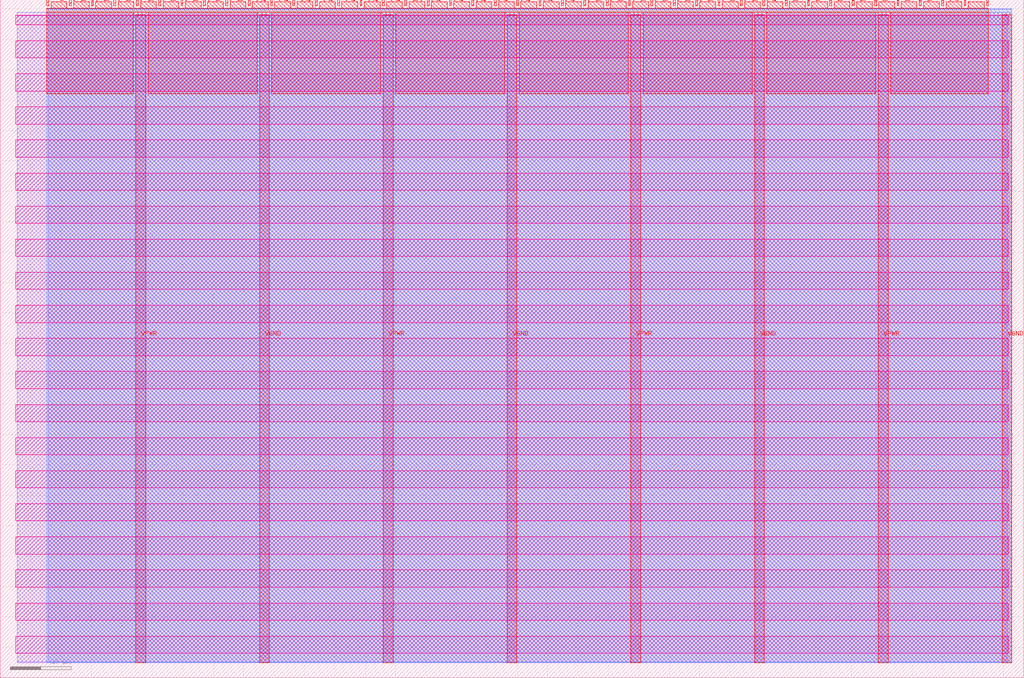
<source format=lef>
VERSION 5.7 ;
  NOWIREEXTENSIONATPIN ON ;
  DIVIDERCHAR "/" ;
  BUSBITCHARS "[]" ;
MACRO tt_um_noritsuna_8bitcounter_AI
  CLASS BLOCK ;
  FOREIGN tt_um_noritsuna_8bitcounter_AI ;
  ORIGIN 0.000 0.000 ;
  SIZE 168.360 BY 111.520 ;
  PIN VGND
    DIRECTION INOUT ;
    USE GROUND ;
    PORT
      LAYER met4 ;
        RECT 42.670 2.480 44.270 109.040 ;
    END
    PORT
      LAYER met4 ;
        RECT 83.380 2.480 84.980 109.040 ;
    END
    PORT
      LAYER met4 ;
        RECT 124.090 2.480 125.690 109.040 ;
    END
    PORT
      LAYER met4 ;
        RECT 164.800 2.480 166.400 109.040 ;
    END
  END VGND
  PIN VPWR
    DIRECTION INOUT ;
    USE POWER ;
    PORT
      LAYER met4 ;
        RECT 22.315 2.480 23.915 109.040 ;
    END
    PORT
      LAYER met4 ;
        RECT 63.025 2.480 64.625 109.040 ;
    END
    PORT
      LAYER met4 ;
        RECT 103.735 2.480 105.335 109.040 ;
    END
    PORT
      LAYER met4 ;
        RECT 144.445 2.480 146.045 109.040 ;
    END
  END VPWR
  PIN clk
    DIRECTION INPUT ;
    USE SIGNAL ;
    ANTENNAGATEAREA 0.852000 ;
    PORT
      LAYER met4 ;
        RECT 158.550 110.520 158.850 111.520 ;
    END
  END clk
  PIN ena
    DIRECTION INPUT ;
    USE SIGNAL ;
    ANTENNAGATEAREA 0.159000 ;
    PORT
      LAYER met4 ;
        RECT 162.230 110.520 162.530 111.520 ;
    END
  END ena
  PIN rst_n
    DIRECTION INPUT ;
    USE SIGNAL ;
    ANTENNAGATEAREA 0.213000 ;
    PORT
      LAYER met4 ;
        RECT 154.870 110.520 155.170 111.520 ;
    END
  END rst_n
  PIN ui_in[0]
    DIRECTION INPUT ;
    USE SIGNAL ;
    PORT
      LAYER met4 ;
        RECT 151.190 110.520 151.490 111.520 ;
    END
  END ui_in[0]
  PIN ui_in[1]
    DIRECTION INPUT ;
    USE SIGNAL ;
    PORT
      LAYER met4 ;
        RECT 147.510 110.520 147.810 111.520 ;
    END
  END ui_in[1]
  PIN ui_in[2]
    DIRECTION INPUT ;
    USE SIGNAL ;
    PORT
      LAYER met4 ;
        RECT 143.830 110.520 144.130 111.520 ;
    END
  END ui_in[2]
  PIN ui_in[3]
    DIRECTION INPUT ;
    USE SIGNAL ;
    PORT
      LAYER met4 ;
        RECT 140.150 110.520 140.450 111.520 ;
    END
  END ui_in[3]
  PIN ui_in[4]
    DIRECTION INPUT ;
    USE SIGNAL ;
    PORT
      LAYER met4 ;
        RECT 136.470 110.520 136.770 111.520 ;
    END
  END ui_in[4]
  PIN ui_in[5]
    DIRECTION INPUT ;
    USE SIGNAL ;
    PORT
      LAYER met4 ;
        RECT 132.790 110.520 133.090 111.520 ;
    END
  END ui_in[5]
  PIN ui_in[6]
    DIRECTION INPUT ;
    USE SIGNAL ;
    PORT
      LAYER met4 ;
        RECT 129.110 110.520 129.410 111.520 ;
    END
  END ui_in[6]
  PIN ui_in[7]
    DIRECTION INPUT ;
    USE SIGNAL ;
    PORT
      LAYER met4 ;
        RECT 125.430 110.520 125.730 111.520 ;
    END
  END ui_in[7]
  PIN uio_in[0]
    DIRECTION INPUT ;
    USE SIGNAL ;
    PORT
      LAYER met4 ;
        RECT 121.750 110.520 122.050 111.520 ;
    END
  END uio_in[0]
  PIN uio_in[1]
    DIRECTION INPUT ;
    USE SIGNAL ;
    PORT
      LAYER met4 ;
        RECT 118.070 110.520 118.370 111.520 ;
    END
  END uio_in[1]
  PIN uio_in[2]
    DIRECTION INPUT ;
    USE SIGNAL ;
    PORT
      LAYER met4 ;
        RECT 114.390 110.520 114.690 111.520 ;
    END
  END uio_in[2]
  PIN uio_in[3]
    DIRECTION INPUT ;
    USE SIGNAL ;
    PORT
      LAYER met4 ;
        RECT 110.710 110.520 111.010 111.520 ;
    END
  END uio_in[3]
  PIN uio_in[4]
    DIRECTION INPUT ;
    USE SIGNAL ;
    PORT
      LAYER met4 ;
        RECT 107.030 110.520 107.330 111.520 ;
    END
  END uio_in[4]
  PIN uio_in[5]
    DIRECTION INPUT ;
    USE SIGNAL ;
    PORT
      LAYER met4 ;
        RECT 103.350 110.520 103.650 111.520 ;
    END
  END uio_in[5]
  PIN uio_in[6]
    DIRECTION INPUT ;
    USE SIGNAL ;
    PORT
      LAYER met4 ;
        RECT 99.670 110.520 99.970 111.520 ;
    END
  END uio_in[6]
  PIN uio_in[7]
    DIRECTION INPUT ;
    USE SIGNAL ;
    PORT
      LAYER met4 ;
        RECT 95.990 110.520 96.290 111.520 ;
    END
  END uio_in[7]
  PIN uio_oe[0]
    DIRECTION OUTPUT TRISTATE ;
    USE SIGNAL ;
    ANTENNADIFFAREA 0.924000 ;
    PORT
      LAYER met4 ;
        RECT 33.430 110.520 33.730 111.520 ;
    END
  END uio_oe[0]
  PIN uio_oe[1]
    DIRECTION OUTPUT TRISTATE ;
    USE SIGNAL ;
    PORT
      LAYER met4 ;
        RECT 29.750 110.520 30.050 111.520 ;
    END
  END uio_oe[1]
  PIN uio_oe[2]
    DIRECTION OUTPUT TRISTATE ;
    USE SIGNAL ;
    PORT
      LAYER met4 ;
        RECT 26.070 110.520 26.370 111.520 ;
    END
  END uio_oe[2]
  PIN uio_oe[3]
    DIRECTION OUTPUT TRISTATE ;
    USE SIGNAL ;
    PORT
      LAYER met4 ;
        RECT 22.390 110.520 22.690 111.520 ;
    END
  END uio_oe[3]
  PIN uio_oe[4]
    DIRECTION OUTPUT TRISTATE ;
    USE SIGNAL ;
    PORT
      LAYER met4 ;
        RECT 18.710 110.520 19.010 111.520 ;
    END
  END uio_oe[4]
  PIN uio_oe[5]
    DIRECTION OUTPUT TRISTATE ;
    USE SIGNAL ;
    PORT
      LAYER met4 ;
        RECT 15.030 110.520 15.330 111.520 ;
    END
  END uio_oe[5]
  PIN uio_oe[6]
    DIRECTION OUTPUT TRISTATE ;
    USE SIGNAL ;
    PORT
      LAYER met4 ;
        RECT 11.350 110.520 11.650 111.520 ;
    END
  END uio_oe[6]
  PIN uio_oe[7]
    DIRECTION OUTPUT TRISTATE ;
    USE SIGNAL ;
    PORT
      LAYER met4 ;
        RECT 7.670 110.520 7.970 111.520 ;
    END
  END uio_oe[7]
  PIN uio_out[0]
    DIRECTION OUTPUT TRISTATE ;
    USE SIGNAL ;
    ANTENNAGATEAREA 1.279500 ;
    ANTENNADIFFAREA 0.891000 ;
    PORT
      LAYER met4 ;
        RECT 62.870 110.520 63.170 111.520 ;
    END
  END uio_out[0]
  PIN uio_out[1]
    DIRECTION OUTPUT TRISTATE ;
    USE SIGNAL ;
    ANTENNAGATEAREA 0.906000 ;
    ANTENNADIFFAREA 0.891000 ;
    PORT
      LAYER met4 ;
        RECT 59.190 110.520 59.490 111.520 ;
    END
  END uio_out[1]
  PIN uio_out[2]
    DIRECTION OUTPUT TRISTATE ;
    USE SIGNAL ;
    ANTENNAGATEAREA 0.658500 ;
    ANTENNADIFFAREA 0.891000 ;
    PORT
      LAYER met4 ;
        RECT 55.510 110.520 55.810 111.520 ;
    END
  END uio_out[2]
  PIN uio_out[3]
    DIRECTION OUTPUT TRISTATE ;
    USE SIGNAL ;
    ANTENNAGATEAREA 1.522500 ;
    ANTENNADIFFAREA 0.891000 ;
    PORT
      LAYER met4 ;
        RECT 51.830 110.520 52.130 111.520 ;
    END
  END uio_out[3]
  PIN uio_out[4]
    DIRECTION OUTPUT TRISTATE ;
    USE SIGNAL ;
    ANTENNAGATEAREA 0.960000 ;
    ANTENNADIFFAREA 0.891000 ;
    PORT
      LAYER met4 ;
        RECT 48.150 110.520 48.450 111.520 ;
    END
  END uio_out[4]
  PIN uio_out[5]
    DIRECTION OUTPUT TRISTATE ;
    USE SIGNAL ;
    ANTENNAGATEAREA 0.532500 ;
    ANTENNADIFFAREA 0.891000 ;
    PORT
      LAYER met4 ;
        RECT 44.470 110.520 44.770 111.520 ;
    END
  END uio_out[5]
  PIN uio_out[6]
    DIRECTION OUTPUT TRISTATE ;
    USE SIGNAL ;
    ANTENNAGATEAREA 1.081500 ;
    ANTENNADIFFAREA 0.891000 ;
    PORT
      LAYER met4 ;
        RECT 40.790 110.520 41.090 111.520 ;
    END
  END uio_out[6]
  PIN uio_out[7]
    DIRECTION OUTPUT TRISTATE ;
    USE SIGNAL ;
    ANTENNAGATEAREA 0.654000 ;
    ANTENNADIFFAREA 0.891000 ;
    PORT
      LAYER met4 ;
        RECT 37.110 110.520 37.410 111.520 ;
    END
  END uio_out[7]
  PIN uo_out[0]
    DIRECTION OUTPUT TRISTATE ;
    USE SIGNAL ;
    ANTENNADIFFAREA 0.445500 ;
    PORT
      LAYER met4 ;
        RECT 92.310 110.520 92.610 111.520 ;
    END
  END uo_out[0]
  PIN uo_out[1]
    DIRECTION OUTPUT TRISTATE ;
    USE SIGNAL ;
    ANTENNADIFFAREA 0.445500 ;
    PORT
      LAYER met4 ;
        RECT 88.630 110.520 88.930 111.520 ;
    END
  END uo_out[1]
  PIN uo_out[2]
    DIRECTION OUTPUT TRISTATE ;
    USE SIGNAL ;
    ANTENNADIFFAREA 0.445500 ;
    PORT
      LAYER met4 ;
        RECT 84.950 110.520 85.250 111.520 ;
    END
  END uo_out[2]
  PIN uo_out[3]
    DIRECTION OUTPUT TRISTATE ;
    USE SIGNAL ;
    ANTENNADIFFAREA 0.445500 ;
    PORT
      LAYER met4 ;
        RECT 81.270 110.520 81.570 111.520 ;
    END
  END uo_out[3]
  PIN uo_out[4]
    DIRECTION OUTPUT TRISTATE ;
    USE SIGNAL ;
    ANTENNADIFFAREA 0.795200 ;
    PORT
      LAYER met4 ;
        RECT 77.590 110.520 77.890 111.520 ;
    END
  END uo_out[4]
  PIN uo_out[5]
    DIRECTION OUTPUT TRISTATE ;
    USE SIGNAL ;
    ANTENNADIFFAREA 0.445500 ;
    PORT
      LAYER met4 ;
        RECT 73.910 110.520 74.210 111.520 ;
    END
  END uo_out[5]
  PIN uo_out[6]
    DIRECTION OUTPUT TRISTATE ;
    USE SIGNAL ;
    ANTENNADIFFAREA 0.795200 ;
    PORT
      LAYER met4 ;
        RECT 70.230 110.520 70.530 111.520 ;
    END
  END uo_out[6]
  PIN uo_out[7]
    DIRECTION OUTPUT TRISTATE ;
    USE SIGNAL ;
    ANTENNADIFFAREA 0.445500 ;
    PORT
      LAYER met4 ;
        RECT 66.550 110.520 66.850 111.520 ;
    END
  END uo_out[7]
  OBS
      LAYER nwell ;
        RECT 2.570 107.385 165.790 108.990 ;
        RECT 2.570 101.945 165.790 104.775 ;
        RECT 2.570 96.505 165.790 99.335 ;
        RECT 2.570 91.065 165.790 93.895 ;
        RECT 2.570 85.625 165.790 88.455 ;
        RECT 2.570 80.185 165.790 83.015 ;
        RECT 2.570 74.745 165.790 77.575 ;
        RECT 2.570 69.305 165.790 72.135 ;
        RECT 2.570 63.865 165.790 66.695 ;
        RECT 2.570 58.425 165.790 61.255 ;
        RECT 2.570 52.985 165.790 55.815 ;
        RECT 2.570 47.545 165.790 50.375 ;
        RECT 2.570 42.105 165.790 44.935 ;
        RECT 2.570 36.665 165.790 39.495 ;
        RECT 2.570 31.225 165.790 34.055 ;
        RECT 2.570 25.785 165.790 28.615 ;
        RECT 2.570 20.345 165.790 23.175 ;
        RECT 2.570 14.905 165.790 17.735 ;
        RECT 2.570 9.465 165.790 12.295 ;
        RECT 2.570 4.025 165.790 6.855 ;
      LAYER li1 ;
        RECT 2.760 2.635 165.600 108.885 ;
      LAYER met1 ;
        RECT 2.760 2.480 166.400 109.440 ;
      LAYER met2 ;
        RECT 7.910 2.535 166.370 110.005 ;
      LAYER met3 ;
        RECT 7.630 2.555 166.390 109.985 ;
      LAYER met4 ;
        RECT 8.370 110.120 10.950 111.170 ;
        RECT 12.050 110.120 14.630 111.170 ;
        RECT 15.730 110.120 18.310 111.170 ;
        RECT 19.410 110.120 21.990 111.170 ;
        RECT 23.090 110.120 25.670 111.170 ;
        RECT 26.770 110.120 29.350 111.170 ;
        RECT 30.450 110.120 33.030 111.170 ;
        RECT 34.130 110.120 36.710 111.170 ;
        RECT 37.810 110.120 40.390 111.170 ;
        RECT 41.490 110.120 44.070 111.170 ;
        RECT 45.170 110.120 47.750 111.170 ;
        RECT 48.850 110.120 51.430 111.170 ;
        RECT 52.530 110.120 55.110 111.170 ;
        RECT 56.210 110.120 58.790 111.170 ;
        RECT 59.890 110.120 62.470 111.170 ;
        RECT 63.570 110.120 66.150 111.170 ;
        RECT 67.250 110.120 69.830 111.170 ;
        RECT 70.930 110.120 73.510 111.170 ;
        RECT 74.610 110.120 77.190 111.170 ;
        RECT 78.290 110.120 80.870 111.170 ;
        RECT 81.970 110.120 84.550 111.170 ;
        RECT 85.650 110.120 88.230 111.170 ;
        RECT 89.330 110.120 91.910 111.170 ;
        RECT 93.010 110.120 95.590 111.170 ;
        RECT 96.690 110.120 99.270 111.170 ;
        RECT 100.370 110.120 102.950 111.170 ;
        RECT 104.050 110.120 106.630 111.170 ;
        RECT 107.730 110.120 110.310 111.170 ;
        RECT 111.410 110.120 113.990 111.170 ;
        RECT 115.090 110.120 117.670 111.170 ;
        RECT 118.770 110.120 121.350 111.170 ;
        RECT 122.450 110.120 125.030 111.170 ;
        RECT 126.130 110.120 128.710 111.170 ;
        RECT 129.810 110.120 132.390 111.170 ;
        RECT 133.490 110.120 136.070 111.170 ;
        RECT 137.170 110.120 139.750 111.170 ;
        RECT 140.850 110.120 143.430 111.170 ;
        RECT 144.530 110.120 147.110 111.170 ;
        RECT 148.210 110.120 150.790 111.170 ;
        RECT 151.890 110.120 154.470 111.170 ;
        RECT 155.570 110.120 158.150 111.170 ;
        RECT 159.250 110.120 161.830 111.170 ;
        RECT 7.655 109.440 162.545 110.120 ;
        RECT 7.655 96.055 21.915 109.440 ;
        RECT 24.315 96.055 42.270 109.440 ;
        RECT 44.670 96.055 62.625 109.440 ;
        RECT 65.025 96.055 82.980 109.440 ;
        RECT 85.380 96.055 103.335 109.440 ;
        RECT 105.735 96.055 123.690 109.440 ;
        RECT 126.090 96.055 144.045 109.440 ;
        RECT 146.445 96.055 162.545 109.440 ;
  END
END tt_um_noritsuna_8bitcounter_AI
END LIBRARY


</source>
